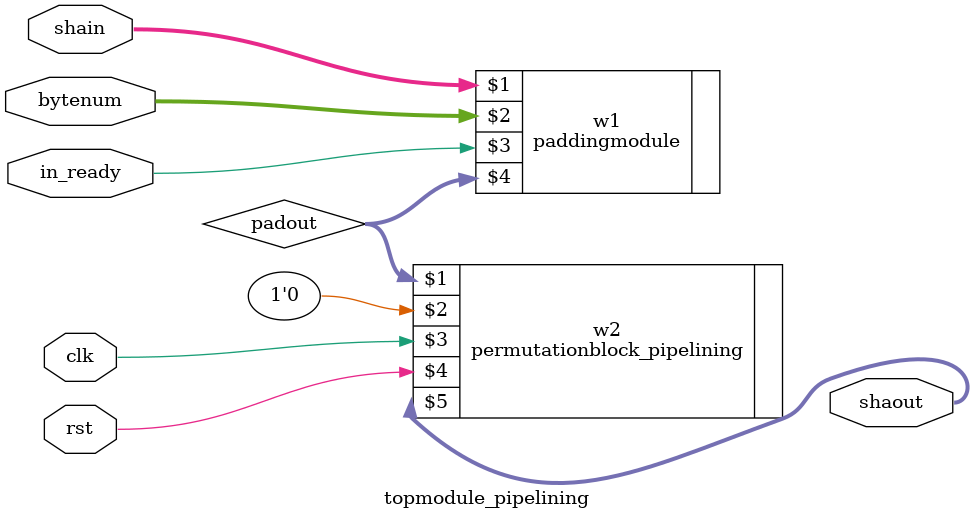
<source format=v>
`timescale 1ns / 1ps
module topmodule_pipelining(
  input [511:0] shain,
	 input [2:0]bytenum,
	 input in_ready,clk,rst,
    output [1599:0] shaout
    );
	wire [575:0]padout; 
paddingmodule w1(shain,bytenum,in_ready,padout);
permutationblock_pipelining w2(padout,1'b0,clk,rst,shaout);

endmodule

</source>
